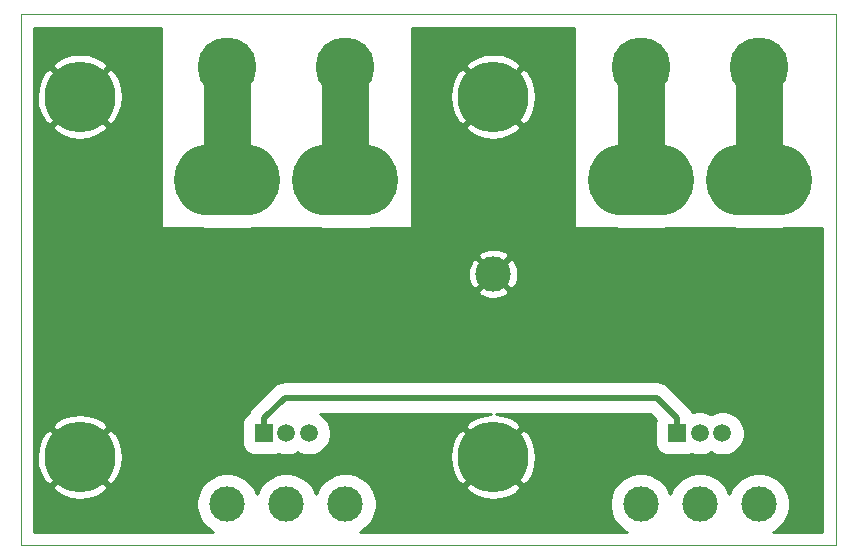
<source format=gbr>
G04 #@! TF.GenerationSoftware,KiCad,Pcbnew,(5.1.5)-3*
G04 #@! TF.CreationDate,2020-06-18T15:27:06+02:00*
G04 #@! TF.ProjectId,Amp_Hall_Effect_Sensor,416d705f-4861-46c6-9c5f-456666656374,Rev. 1*
G04 #@! TF.SameCoordinates,Original*
G04 #@! TF.FileFunction,Copper,L2,Bot*
G04 #@! TF.FilePolarity,Positive*
%FSLAX46Y46*%
G04 Gerber Fmt 4.6, Leading zero omitted, Abs format (unit mm)*
G04 Created by KiCad (PCBNEW (5.1.5)-3) date 2020-06-18 15:27:06*
%MOMM*%
%LPD*%
G04 APERTURE LIST*
%ADD10C,0.050000*%
%ADD11C,3.000000*%
%ADD12C,6.000000*%
%ADD13C,5.000000*%
%ADD14C,0.800000*%
%ADD15R,1.500000X1.500000*%
%ADD16O,9.000000X6.000000*%
%ADD17C,1.500000*%
%ADD18C,0.800000*%
%ADD19C,0.500000*%
%ADD20C,4.000000*%
%ADD21C,0.254000*%
G04 APERTURE END LIST*
D10*
X257000000Y-129500000D02*
X188000000Y-129500000D01*
X257000000Y-174500000D02*
X257000000Y-129500000D01*
X255500000Y-174500000D02*
X257000000Y-174500000D01*
X188000000Y-174500000D02*
X255500000Y-174500000D01*
X188000000Y-172000000D02*
X188000000Y-174500000D01*
X188000000Y-129500000D02*
X188000000Y-172000000D01*
D11*
X240500000Y-171000000D03*
X245500000Y-171000000D03*
X250500000Y-171000000D03*
X205500000Y-171000000D03*
X210500000Y-171000000D03*
X215500000Y-171000000D03*
X228000000Y-151500000D03*
D12*
X193000000Y-136500000D03*
X228000000Y-136500000D03*
X193000000Y-167000000D03*
D13*
X240500000Y-134000000D03*
X250500000Y-134000000D03*
X205500000Y-134000000D03*
X215500000Y-134000000D03*
D12*
X228000000Y-167000000D03*
D14*
X238500000Y-145650000D03*
X248500000Y-145650000D03*
X236550000Y-144230000D03*
D15*
X243590000Y-165000000D03*
D14*
X243700000Y-145260000D03*
X241170000Y-145650000D03*
X241170000Y-141550000D03*
X251170000Y-141550000D03*
X247300000Y-141940000D03*
X253700000Y-141940000D03*
X252500000Y-141550000D03*
D16*
X240500000Y-143600000D03*
X250500000Y-143600000D03*
D17*
X247410000Y-165000000D03*
X245500000Y-165000000D03*
D14*
X248500000Y-141550000D03*
X237300000Y-141940000D03*
D18*
X244450000Y-144230000D02*
X244450000Y-144230000D01*
D14*
X237300000Y-145260000D03*
X239830000Y-145650000D03*
X254450000Y-142970000D03*
X239830000Y-141550000D03*
X254450000Y-144230000D03*
X247300000Y-145260000D03*
X238500000Y-141550000D03*
D18*
X246550000Y-144230000D02*
X246550000Y-144230000D01*
D14*
X253700000Y-145260000D03*
X251170000Y-145650000D03*
D18*
X244450000Y-142970000D02*
X244450000Y-142970000D01*
D14*
X243700000Y-141940000D03*
X249830000Y-145650000D03*
X249830000Y-141550000D03*
X236550000Y-142970000D03*
X242500000Y-145650000D03*
X242500000Y-141550000D03*
D18*
X246550000Y-142970000D02*
X246550000Y-142970000D01*
D14*
X252500000Y-145650000D03*
X217500000Y-145650000D03*
D18*
X211550000Y-142970000D02*
X211550000Y-142970000D01*
D14*
X207500000Y-141550000D03*
X207500000Y-145650000D03*
X201550000Y-142970000D03*
X214830000Y-141550000D03*
X214830000Y-145650000D03*
X208700000Y-141940000D03*
D18*
X209450000Y-142970000D02*
X209450000Y-142970000D01*
D14*
X216170000Y-145650000D03*
X218700000Y-145260000D03*
D18*
X211550000Y-144230000D02*
X211550000Y-144230000D01*
D14*
X203500000Y-141550000D03*
X212300000Y-145260000D03*
X219450000Y-144230000D03*
X204830000Y-141550000D03*
X219450000Y-142970000D03*
X204830000Y-145650000D03*
X202300000Y-145260000D03*
D18*
X209450000Y-144230000D02*
X209450000Y-144230000D01*
D14*
X202300000Y-141940000D03*
X213500000Y-141550000D03*
D17*
X210500000Y-165000000D03*
X212410000Y-165000000D03*
D16*
X215500000Y-143600000D03*
X205500000Y-143600000D03*
D14*
X217500000Y-141550000D03*
X218700000Y-141940000D03*
X212300000Y-141940000D03*
X216170000Y-141550000D03*
X206170000Y-141550000D03*
X206170000Y-145650000D03*
X208700000Y-145260000D03*
D15*
X208590000Y-165000000D03*
D14*
X201550000Y-144230000D03*
X213500000Y-145650000D03*
X203500000Y-145650000D03*
D19*
X208590000Y-163750000D02*
X210340000Y-162000000D01*
X208590000Y-165000000D02*
X208590000Y-163750000D01*
X243590000Y-163750000D02*
X243590000Y-165000000D01*
X210340000Y-162000000D02*
X241840000Y-162000000D01*
X241840000Y-162000000D02*
X243590000Y-163750000D01*
D20*
X240500000Y-134000000D02*
X240500000Y-143600000D01*
X250500000Y-134000000D02*
X250500000Y-143600000D01*
X205500000Y-134000000D02*
X205500000Y-143600000D01*
X215500000Y-134000000D02*
X215500000Y-143600000D01*
D21*
G36*
X199873000Y-143397262D02*
G01*
X199853032Y-143600000D01*
X199873000Y-143802738D01*
X199873000Y-147500000D01*
X199875440Y-147524776D01*
X199882667Y-147548601D01*
X199894403Y-147570557D01*
X199910197Y-147589803D01*
X199929443Y-147605597D01*
X199951399Y-147617333D01*
X199975224Y-147624560D01*
X200000000Y-147627000D01*
X203058165Y-147627000D01*
X203190967Y-147667285D01*
X203797262Y-147727000D01*
X207202738Y-147727000D01*
X207809033Y-147667285D01*
X207941835Y-147627000D01*
X213058165Y-147627000D01*
X213190967Y-147667285D01*
X213797262Y-147727000D01*
X217202738Y-147727000D01*
X217809033Y-147667285D01*
X217941835Y-147627000D01*
X221000000Y-147627000D01*
X221024776Y-147624560D01*
X221048601Y-147617333D01*
X221070557Y-147605597D01*
X221089803Y-147589803D01*
X221105597Y-147570557D01*
X221117333Y-147548601D01*
X221124560Y-147524776D01*
X221127000Y-147500000D01*
X221127000Y-143802738D01*
X221146968Y-143600000D01*
X221127000Y-143397262D01*
X221127000Y-139051687D01*
X225622262Y-139051687D01*
X225958516Y-139519121D01*
X226586744Y-139859384D01*
X227269282Y-140070546D01*
X227979902Y-140144496D01*
X228691294Y-140078388D01*
X229376120Y-139874765D01*
X230008062Y-139541453D01*
X230041484Y-139519121D01*
X230377738Y-139051687D01*
X228000000Y-136673948D01*
X225622262Y-139051687D01*
X221127000Y-139051687D01*
X221127000Y-136479902D01*
X224355504Y-136479902D01*
X224421612Y-137191294D01*
X224625235Y-137876120D01*
X224958547Y-138508062D01*
X224980879Y-138541484D01*
X225448313Y-138877738D01*
X227826052Y-136500000D01*
X228173948Y-136500000D01*
X230551687Y-138877738D01*
X231019121Y-138541484D01*
X231359384Y-137913256D01*
X231570546Y-137230718D01*
X231644496Y-136520098D01*
X231578388Y-135808706D01*
X231374765Y-135123880D01*
X231041453Y-134491938D01*
X231019121Y-134458516D01*
X230551687Y-134122262D01*
X228173948Y-136500000D01*
X227826052Y-136500000D01*
X225448313Y-134122262D01*
X224980879Y-134458516D01*
X224640616Y-135086744D01*
X224429454Y-135769282D01*
X224355504Y-136479902D01*
X221127000Y-136479902D01*
X221127000Y-133948313D01*
X225622262Y-133948313D01*
X228000000Y-136326052D01*
X230377738Y-133948313D01*
X230041484Y-133480879D01*
X229413256Y-133140616D01*
X228730718Y-132929454D01*
X228020098Y-132855504D01*
X227308706Y-132921612D01*
X226623880Y-133125235D01*
X225991938Y-133458547D01*
X225958516Y-133480879D01*
X225622262Y-133948313D01*
X221127000Y-133948313D01*
X221127000Y-130652000D01*
X234873000Y-130652000D01*
X234873000Y-143397262D01*
X234853032Y-143600000D01*
X234873000Y-143802738D01*
X234873000Y-147500000D01*
X234875440Y-147524776D01*
X234882667Y-147548601D01*
X234894403Y-147570557D01*
X234910197Y-147589803D01*
X234929443Y-147605597D01*
X234951399Y-147617333D01*
X234975224Y-147624560D01*
X235000000Y-147627000D01*
X238058165Y-147627000D01*
X238190967Y-147667285D01*
X238797262Y-147727000D01*
X242202738Y-147727000D01*
X242809033Y-147667285D01*
X242941835Y-147627000D01*
X248058165Y-147627000D01*
X248190967Y-147667285D01*
X248797262Y-147727000D01*
X252202738Y-147727000D01*
X252809033Y-147667285D01*
X252941835Y-147627000D01*
X255848001Y-147627000D01*
X255848000Y-173348000D01*
X251696108Y-173348000D01*
X251744351Y-173328017D01*
X252174615Y-173040524D01*
X252540524Y-172674615D01*
X252828017Y-172244351D01*
X253026046Y-171766268D01*
X253127000Y-171258737D01*
X253127000Y-170741263D01*
X253026046Y-170233732D01*
X252828017Y-169755649D01*
X252540524Y-169325385D01*
X252174615Y-168959476D01*
X251744351Y-168671983D01*
X251266268Y-168473954D01*
X250758737Y-168373000D01*
X250241263Y-168373000D01*
X249733732Y-168473954D01*
X249255649Y-168671983D01*
X248825385Y-168959476D01*
X248459476Y-169325385D01*
X248171983Y-169755649D01*
X248000000Y-170170852D01*
X247828017Y-169755649D01*
X247540524Y-169325385D01*
X247174615Y-168959476D01*
X246744351Y-168671983D01*
X246266268Y-168473954D01*
X245758737Y-168373000D01*
X245241263Y-168373000D01*
X244733732Y-168473954D01*
X244255649Y-168671983D01*
X243825385Y-168959476D01*
X243459476Y-169325385D01*
X243171983Y-169755649D01*
X243000000Y-170170852D01*
X242828017Y-169755649D01*
X242540524Y-169325385D01*
X242174615Y-168959476D01*
X241744351Y-168671983D01*
X241266268Y-168473954D01*
X240758737Y-168373000D01*
X240241263Y-168373000D01*
X239733732Y-168473954D01*
X239255649Y-168671983D01*
X238825385Y-168959476D01*
X238459476Y-169325385D01*
X238171983Y-169755649D01*
X237973954Y-170233732D01*
X237873000Y-170741263D01*
X237873000Y-171258737D01*
X237973954Y-171766268D01*
X238171983Y-172244351D01*
X238459476Y-172674615D01*
X238825385Y-173040524D01*
X239255649Y-173328017D01*
X239303892Y-173348000D01*
X216696108Y-173348000D01*
X216744351Y-173328017D01*
X217174615Y-173040524D01*
X217540524Y-172674615D01*
X217828017Y-172244351D01*
X218026046Y-171766268D01*
X218127000Y-171258737D01*
X218127000Y-170741263D01*
X218026046Y-170233732D01*
X217828017Y-169755649D01*
X217691735Y-169551687D01*
X225622262Y-169551687D01*
X225958516Y-170019121D01*
X226586744Y-170359384D01*
X227269282Y-170570546D01*
X227979902Y-170644496D01*
X228691294Y-170578388D01*
X229376120Y-170374765D01*
X230008062Y-170041453D01*
X230041484Y-170019121D01*
X230377738Y-169551687D01*
X228000000Y-167173948D01*
X225622262Y-169551687D01*
X217691735Y-169551687D01*
X217540524Y-169325385D01*
X217174615Y-168959476D01*
X216744351Y-168671983D01*
X216266268Y-168473954D01*
X215758737Y-168373000D01*
X215241263Y-168373000D01*
X214733732Y-168473954D01*
X214255649Y-168671983D01*
X213825385Y-168959476D01*
X213459476Y-169325385D01*
X213171983Y-169755649D01*
X213000000Y-170170852D01*
X212828017Y-169755649D01*
X212540524Y-169325385D01*
X212174615Y-168959476D01*
X211744351Y-168671983D01*
X211266268Y-168473954D01*
X210758737Y-168373000D01*
X210241263Y-168373000D01*
X209733732Y-168473954D01*
X209255649Y-168671983D01*
X208825385Y-168959476D01*
X208459476Y-169325385D01*
X208171983Y-169755649D01*
X208000000Y-170170852D01*
X207828017Y-169755649D01*
X207540524Y-169325385D01*
X207174615Y-168959476D01*
X206744351Y-168671983D01*
X206266268Y-168473954D01*
X205758737Y-168373000D01*
X205241263Y-168373000D01*
X204733732Y-168473954D01*
X204255649Y-168671983D01*
X203825385Y-168959476D01*
X203459476Y-169325385D01*
X203171983Y-169755649D01*
X202973954Y-170233732D01*
X202873000Y-170741263D01*
X202873000Y-171258737D01*
X202973954Y-171766268D01*
X203171983Y-172244351D01*
X203459476Y-172674615D01*
X203825385Y-173040524D01*
X204255649Y-173328017D01*
X204303892Y-173348000D01*
X189152000Y-173348000D01*
X189152000Y-169551687D01*
X190622262Y-169551687D01*
X190958516Y-170019121D01*
X191586744Y-170359384D01*
X192269282Y-170570546D01*
X192979902Y-170644496D01*
X193691294Y-170578388D01*
X194376120Y-170374765D01*
X195008062Y-170041453D01*
X195041484Y-170019121D01*
X195377738Y-169551687D01*
X193000000Y-167173948D01*
X190622262Y-169551687D01*
X189152000Y-169551687D01*
X189152000Y-166979902D01*
X189355504Y-166979902D01*
X189421612Y-167691294D01*
X189625235Y-168376120D01*
X189958547Y-169008062D01*
X189980879Y-169041484D01*
X190448313Y-169377738D01*
X192826052Y-167000000D01*
X193173948Y-167000000D01*
X195551687Y-169377738D01*
X196019121Y-169041484D01*
X196359384Y-168413256D01*
X196570546Y-167730718D01*
X196644496Y-167020098D01*
X196640761Y-166979902D01*
X224355504Y-166979902D01*
X224421612Y-167691294D01*
X224625235Y-168376120D01*
X224958547Y-169008062D01*
X224980879Y-169041484D01*
X225448313Y-169377738D01*
X227826052Y-167000000D01*
X228173948Y-167000000D01*
X230551687Y-169377738D01*
X231019121Y-169041484D01*
X231359384Y-168413256D01*
X231570546Y-167730718D01*
X231644496Y-167020098D01*
X231578388Y-166308706D01*
X231374765Y-165623880D01*
X231041453Y-164991938D01*
X231019121Y-164958516D01*
X230551687Y-164622262D01*
X228173948Y-167000000D01*
X227826052Y-167000000D01*
X225448313Y-164622262D01*
X224980879Y-164958516D01*
X224640616Y-165586744D01*
X224429454Y-166269282D01*
X224355504Y-166979902D01*
X196640761Y-166979902D01*
X196578388Y-166308706D01*
X196374765Y-165623880D01*
X196041453Y-164991938D01*
X196019121Y-164958516D01*
X195551687Y-164622262D01*
X193173948Y-167000000D01*
X192826052Y-167000000D01*
X190448313Y-164622262D01*
X189980879Y-164958516D01*
X189640616Y-165586744D01*
X189429454Y-166269282D01*
X189355504Y-166979902D01*
X189152000Y-166979902D01*
X189152000Y-164448313D01*
X190622262Y-164448313D01*
X193000000Y-166826052D01*
X195377738Y-164448313D01*
X195235080Y-164250000D01*
X206707547Y-164250000D01*
X206707547Y-165750000D01*
X206729307Y-165970931D01*
X206793750Y-166183371D01*
X206898400Y-166379157D01*
X207039235Y-166550765D01*
X207210843Y-166691600D01*
X207406629Y-166796250D01*
X207619069Y-166860693D01*
X207840000Y-166882453D01*
X209340000Y-166882453D01*
X209560931Y-166860693D01*
X209773371Y-166796250D01*
X209842494Y-166759303D01*
X209952499Y-166804868D01*
X210315132Y-166877000D01*
X210684868Y-166877000D01*
X211047501Y-166804868D01*
X211389093Y-166663376D01*
X211455000Y-166619338D01*
X211520907Y-166663376D01*
X211862499Y-166804868D01*
X212225132Y-166877000D01*
X212594868Y-166877000D01*
X212957501Y-166804868D01*
X213299093Y-166663376D01*
X213606518Y-166457961D01*
X213867961Y-166196518D01*
X214073376Y-165889093D01*
X214214868Y-165547501D01*
X214287000Y-165184868D01*
X214287000Y-164815132D01*
X214214868Y-164452499D01*
X214073376Y-164110907D01*
X213867961Y-163803482D01*
X213606518Y-163542039D01*
X213359520Y-163377000D01*
X227788778Y-163377000D01*
X227308706Y-163421612D01*
X226623880Y-163625235D01*
X225991938Y-163958547D01*
X225958516Y-163980879D01*
X225622262Y-164448313D01*
X228000000Y-166826052D01*
X230377738Y-164448313D01*
X230041484Y-163980879D01*
X229413256Y-163640616D01*
X228730718Y-163429454D01*
X228226663Y-163377000D01*
X241269629Y-163377000D01*
X241774085Y-163881456D01*
X241729307Y-164029069D01*
X241707547Y-164250000D01*
X241707547Y-165750000D01*
X241729307Y-165970931D01*
X241793750Y-166183371D01*
X241898400Y-166379157D01*
X242039235Y-166550765D01*
X242210843Y-166691600D01*
X242406629Y-166796250D01*
X242619069Y-166860693D01*
X242840000Y-166882453D01*
X244340000Y-166882453D01*
X244560931Y-166860693D01*
X244773371Y-166796250D01*
X244842494Y-166759303D01*
X244952499Y-166804868D01*
X245315132Y-166877000D01*
X245684868Y-166877000D01*
X246047501Y-166804868D01*
X246389093Y-166663376D01*
X246455000Y-166619338D01*
X246520907Y-166663376D01*
X246862499Y-166804868D01*
X247225132Y-166877000D01*
X247594868Y-166877000D01*
X247957501Y-166804868D01*
X248299093Y-166663376D01*
X248606518Y-166457961D01*
X248867961Y-166196518D01*
X249073376Y-165889093D01*
X249214868Y-165547501D01*
X249287000Y-165184868D01*
X249287000Y-164815132D01*
X249214868Y-164452499D01*
X249073376Y-164110907D01*
X248867961Y-163803482D01*
X248606518Y-163542039D01*
X248299093Y-163336624D01*
X247957501Y-163195132D01*
X247594868Y-163123000D01*
X247225132Y-163123000D01*
X246862499Y-163195132D01*
X246520907Y-163336624D01*
X246455000Y-163380662D01*
X246389093Y-163336624D01*
X246047501Y-163195132D01*
X245684868Y-163123000D01*
X245315132Y-163123000D01*
X244952499Y-163195132D01*
X244870897Y-163228933D01*
X244868337Y-163220495D01*
X244740473Y-162981279D01*
X244568396Y-162771603D01*
X244515860Y-162728488D01*
X242861521Y-161074150D01*
X242818397Y-161021603D01*
X242608721Y-160849527D01*
X242369505Y-160721663D01*
X242109939Y-160642925D01*
X241907640Y-160623000D01*
X241840000Y-160616338D01*
X241772360Y-160623000D01*
X210407640Y-160623000D01*
X210340000Y-160616338D01*
X210070060Y-160642925D01*
X209940278Y-160682294D01*
X209810495Y-160721663D01*
X209571279Y-160849527D01*
X209361603Y-161021603D01*
X209318483Y-161074145D01*
X207664145Y-162728484D01*
X207611604Y-162771603D01*
X207439528Y-162981279D01*
X207311663Y-163220495D01*
X207299348Y-163261093D01*
X207210843Y-163308400D01*
X207039235Y-163449235D01*
X206898400Y-163620843D01*
X206793750Y-163816629D01*
X206729307Y-164029069D01*
X206707547Y-164250000D01*
X195235080Y-164250000D01*
X195041484Y-163980879D01*
X194413256Y-163640616D01*
X193730718Y-163429454D01*
X193020098Y-163355504D01*
X192308706Y-163421612D01*
X191623880Y-163625235D01*
X190991938Y-163958547D01*
X190958516Y-163980879D01*
X190622262Y-164448313D01*
X189152000Y-164448313D01*
X189152000Y-152984726D01*
X226689223Y-152984726D01*
X226845322Y-153298538D01*
X227218386Y-153489246D01*
X227621487Y-153603508D01*
X228039134Y-153636935D01*
X228455278Y-153588239D01*
X228853925Y-153459294D01*
X229154678Y-153298538D01*
X229310777Y-152984726D01*
X228000000Y-151673948D01*
X226689223Y-152984726D01*
X189152000Y-152984726D01*
X189152000Y-151539134D01*
X225863065Y-151539134D01*
X225911761Y-151955278D01*
X226040706Y-152353925D01*
X226201462Y-152654678D01*
X226515274Y-152810777D01*
X227826052Y-151500000D01*
X228173948Y-151500000D01*
X229484726Y-152810777D01*
X229798538Y-152654678D01*
X229989246Y-152281614D01*
X230103508Y-151878513D01*
X230136935Y-151460866D01*
X230088239Y-151044722D01*
X229959294Y-150646075D01*
X229798538Y-150345322D01*
X229484726Y-150189223D01*
X228173948Y-151500000D01*
X227826052Y-151500000D01*
X226515274Y-150189223D01*
X226201462Y-150345322D01*
X226010754Y-150718386D01*
X225896492Y-151121487D01*
X225863065Y-151539134D01*
X189152000Y-151539134D01*
X189152000Y-150015274D01*
X226689223Y-150015274D01*
X228000000Y-151326052D01*
X229310777Y-150015274D01*
X229154678Y-149701462D01*
X228781614Y-149510754D01*
X228378513Y-149396492D01*
X227960866Y-149363065D01*
X227544722Y-149411761D01*
X227146075Y-149540706D01*
X226845322Y-149701462D01*
X226689223Y-150015274D01*
X189152000Y-150015274D01*
X189152000Y-139051687D01*
X190622262Y-139051687D01*
X190958516Y-139519121D01*
X191586744Y-139859384D01*
X192269282Y-140070546D01*
X192979902Y-140144496D01*
X193691294Y-140078388D01*
X194376120Y-139874765D01*
X195008062Y-139541453D01*
X195041484Y-139519121D01*
X195377738Y-139051687D01*
X193000000Y-136673948D01*
X190622262Y-139051687D01*
X189152000Y-139051687D01*
X189152000Y-136479902D01*
X189355504Y-136479902D01*
X189421612Y-137191294D01*
X189625235Y-137876120D01*
X189958547Y-138508062D01*
X189980879Y-138541484D01*
X190448313Y-138877738D01*
X192826052Y-136500000D01*
X193173948Y-136500000D01*
X195551687Y-138877738D01*
X196019121Y-138541484D01*
X196359384Y-137913256D01*
X196570546Y-137230718D01*
X196644496Y-136520098D01*
X196578388Y-135808706D01*
X196374765Y-135123880D01*
X196041453Y-134491938D01*
X196019121Y-134458516D01*
X195551687Y-134122262D01*
X193173948Y-136500000D01*
X192826052Y-136500000D01*
X190448313Y-134122262D01*
X189980879Y-134458516D01*
X189640616Y-135086744D01*
X189429454Y-135769282D01*
X189355504Y-136479902D01*
X189152000Y-136479902D01*
X189152000Y-133948313D01*
X190622262Y-133948313D01*
X193000000Y-136326052D01*
X195377738Y-133948313D01*
X195041484Y-133480879D01*
X194413256Y-133140616D01*
X193730718Y-132929454D01*
X193020098Y-132855504D01*
X192308706Y-132921612D01*
X191623880Y-133125235D01*
X190991938Y-133458547D01*
X190958516Y-133480879D01*
X190622262Y-133948313D01*
X189152000Y-133948313D01*
X189152000Y-130652000D01*
X199873000Y-130652000D01*
X199873000Y-143397262D01*
G37*
X199873000Y-143397262D02*
X199853032Y-143600000D01*
X199873000Y-143802738D01*
X199873000Y-147500000D01*
X199875440Y-147524776D01*
X199882667Y-147548601D01*
X199894403Y-147570557D01*
X199910197Y-147589803D01*
X199929443Y-147605597D01*
X199951399Y-147617333D01*
X199975224Y-147624560D01*
X200000000Y-147627000D01*
X203058165Y-147627000D01*
X203190967Y-147667285D01*
X203797262Y-147727000D01*
X207202738Y-147727000D01*
X207809033Y-147667285D01*
X207941835Y-147627000D01*
X213058165Y-147627000D01*
X213190967Y-147667285D01*
X213797262Y-147727000D01*
X217202738Y-147727000D01*
X217809033Y-147667285D01*
X217941835Y-147627000D01*
X221000000Y-147627000D01*
X221024776Y-147624560D01*
X221048601Y-147617333D01*
X221070557Y-147605597D01*
X221089803Y-147589803D01*
X221105597Y-147570557D01*
X221117333Y-147548601D01*
X221124560Y-147524776D01*
X221127000Y-147500000D01*
X221127000Y-143802738D01*
X221146968Y-143600000D01*
X221127000Y-143397262D01*
X221127000Y-139051687D01*
X225622262Y-139051687D01*
X225958516Y-139519121D01*
X226586744Y-139859384D01*
X227269282Y-140070546D01*
X227979902Y-140144496D01*
X228691294Y-140078388D01*
X229376120Y-139874765D01*
X230008062Y-139541453D01*
X230041484Y-139519121D01*
X230377738Y-139051687D01*
X228000000Y-136673948D01*
X225622262Y-139051687D01*
X221127000Y-139051687D01*
X221127000Y-136479902D01*
X224355504Y-136479902D01*
X224421612Y-137191294D01*
X224625235Y-137876120D01*
X224958547Y-138508062D01*
X224980879Y-138541484D01*
X225448313Y-138877738D01*
X227826052Y-136500000D01*
X228173948Y-136500000D01*
X230551687Y-138877738D01*
X231019121Y-138541484D01*
X231359384Y-137913256D01*
X231570546Y-137230718D01*
X231644496Y-136520098D01*
X231578388Y-135808706D01*
X231374765Y-135123880D01*
X231041453Y-134491938D01*
X231019121Y-134458516D01*
X230551687Y-134122262D01*
X228173948Y-136500000D01*
X227826052Y-136500000D01*
X225448313Y-134122262D01*
X224980879Y-134458516D01*
X224640616Y-135086744D01*
X224429454Y-135769282D01*
X224355504Y-136479902D01*
X221127000Y-136479902D01*
X221127000Y-133948313D01*
X225622262Y-133948313D01*
X228000000Y-136326052D01*
X230377738Y-133948313D01*
X230041484Y-133480879D01*
X229413256Y-133140616D01*
X228730718Y-132929454D01*
X228020098Y-132855504D01*
X227308706Y-132921612D01*
X226623880Y-133125235D01*
X225991938Y-133458547D01*
X225958516Y-133480879D01*
X225622262Y-133948313D01*
X221127000Y-133948313D01*
X221127000Y-130652000D01*
X234873000Y-130652000D01*
X234873000Y-143397262D01*
X234853032Y-143600000D01*
X234873000Y-143802738D01*
X234873000Y-147500000D01*
X234875440Y-147524776D01*
X234882667Y-147548601D01*
X234894403Y-147570557D01*
X234910197Y-147589803D01*
X234929443Y-147605597D01*
X234951399Y-147617333D01*
X234975224Y-147624560D01*
X235000000Y-147627000D01*
X238058165Y-147627000D01*
X238190967Y-147667285D01*
X238797262Y-147727000D01*
X242202738Y-147727000D01*
X242809033Y-147667285D01*
X242941835Y-147627000D01*
X248058165Y-147627000D01*
X248190967Y-147667285D01*
X248797262Y-147727000D01*
X252202738Y-147727000D01*
X252809033Y-147667285D01*
X252941835Y-147627000D01*
X255848001Y-147627000D01*
X255848000Y-173348000D01*
X251696108Y-173348000D01*
X251744351Y-173328017D01*
X252174615Y-173040524D01*
X252540524Y-172674615D01*
X252828017Y-172244351D01*
X253026046Y-171766268D01*
X253127000Y-171258737D01*
X253127000Y-170741263D01*
X253026046Y-170233732D01*
X252828017Y-169755649D01*
X252540524Y-169325385D01*
X252174615Y-168959476D01*
X251744351Y-168671983D01*
X251266268Y-168473954D01*
X250758737Y-168373000D01*
X250241263Y-168373000D01*
X249733732Y-168473954D01*
X249255649Y-168671983D01*
X248825385Y-168959476D01*
X248459476Y-169325385D01*
X248171983Y-169755649D01*
X248000000Y-170170852D01*
X247828017Y-169755649D01*
X247540524Y-169325385D01*
X247174615Y-168959476D01*
X246744351Y-168671983D01*
X246266268Y-168473954D01*
X245758737Y-168373000D01*
X245241263Y-168373000D01*
X244733732Y-168473954D01*
X244255649Y-168671983D01*
X243825385Y-168959476D01*
X243459476Y-169325385D01*
X243171983Y-169755649D01*
X243000000Y-170170852D01*
X242828017Y-169755649D01*
X242540524Y-169325385D01*
X242174615Y-168959476D01*
X241744351Y-168671983D01*
X241266268Y-168473954D01*
X240758737Y-168373000D01*
X240241263Y-168373000D01*
X239733732Y-168473954D01*
X239255649Y-168671983D01*
X238825385Y-168959476D01*
X238459476Y-169325385D01*
X238171983Y-169755649D01*
X237973954Y-170233732D01*
X237873000Y-170741263D01*
X237873000Y-171258737D01*
X237973954Y-171766268D01*
X238171983Y-172244351D01*
X238459476Y-172674615D01*
X238825385Y-173040524D01*
X239255649Y-173328017D01*
X239303892Y-173348000D01*
X216696108Y-173348000D01*
X216744351Y-173328017D01*
X217174615Y-173040524D01*
X217540524Y-172674615D01*
X217828017Y-172244351D01*
X218026046Y-171766268D01*
X218127000Y-171258737D01*
X218127000Y-170741263D01*
X218026046Y-170233732D01*
X217828017Y-169755649D01*
X217691735Y-169551687D01*
X225622262Y-169551687D01*
X225958516Y-170019121D01*
X226586744Y-170359384D01*
X227269282Y-170570546D01*
X227979902Y-170644496D01*
X228691294Y-170578388D01*
X229376120Y-170374765D01*
X230008062Y-170041453D01*
X230041484Y-170019121D01*
X230377738Y-169551687D01*
X228000000Y-167173948D01*
X225622262Y-169551687D01*
X217691735Y-169551687D01*
X217540524Y-169325385D01*
X217174615Y-168959476D01*
X216744351Y-168671983D01*
X216266268Y-168473954D01*
X215758737Y-168373000D01*
X215241263Y-168373000D01*
X214733732Y-168473954D01*
X214255649Y-168671983D01*
X213825385Y-168959476D01*
X213459476Y-169325385D01*
X213171983Y-169755649D01*
X213000000Y-170170852D01*
X212828017Y-169755649D01*
X212540524Y-169325385D01*
X212174615Y-168959476D01*
X211744351Y-168671983D01*
X211266268Y-168473954D01*
X210758737Y-168373000D01*
X210241263Y-168373000D01*
X209733732Y-168473954D01*
X209255649Y-168671983D01*
X208825385Y-168959476D01*
X208459476Y-169325385D01*
X208171983Y-169755649D01*
X208000000Y-170170852D01*
X207828017Y-169755649D01*
X207540524Y-169325385D01*
X207174615Y-168959476D01*
X206744351Y-168671983D01*
X206266268Y-168473954D01*
X205758737Y-168373000D01*
X205241263Y-168373000D01*
X204733732Y-168473954D01*
X204255649Y-168671983D01*
X203825385Y-168959476D01*
X203459476Y-169325385D01*
X203171983Y-169755649D01*
X202973954Y-170233732D01*
X202873000Y-170741263D01*
X202873000Y-171258737D01*
X202973954Y-171766268D01*
X203171983Y-172244351D01*
X203459476Y-172674615D01*
X203825385Y-173040524D01*
X204255649Y-173328017D01*
X204303892Y-173348000D01*
X189152000Y-173348000D01*
X189152000Y-169551687D01*
X190622262Y-169551687D01*
X190958516Y-170019121D01*
X191586744Y-170359384D01*
X192269282Y-170570546D01*
X192979902Y-170644496D01*
X193691294Y-170578388D01*
X194376120Y-170374765D01*
X195008062Y-170041453D01*
X195041484Y-170019121D01*
X195377738Y-169551687D01*
X193000000Y-167173948D01*
X190622262Y-169551687D01*
X189152000Y-169551687D01*
X189152000Y-166979902D01*
X189355504Y-166979902D01*
X189421612Y-167691294D01*
X189625235Y-168376120D01*
X189958547Y-169008062D01*
X189980879Y-169041484D01*
X190448313Y-169377738D01*
X192826052Y-167000000D01*
X193173948Y-167000000D01*
X195551687Y-169377738D01*
X196019121Y-169041484D01*
X196359384Y-168413256D01*
X196570546Y-167730718D01*
X196644496Y-167020098D01*
X196640761Y-166979902D01*
X224355504Y-166979902D01*
X224421612Y-167691294D01*
X224625235Y-168376120D01*
X224958547Y-169008062D01*
X224980879Y-169041484D01*
X225448313Y-169377738D01*
X227826052Y-167000000D01*
X228173948Y-167000000D01*
X230551687Y-169377738D01*
X231019121Y-169041484D01*
X231359384Y-168413256D01*
X231570546Y-167730718D01*
X231644496Y-167020098D01*
X231578388Y-166308706D01*
X231374765Y-165623880D01*
X231041453Y-164991938D01*
X231019121Y-164958516D01*
X230551687Y-164622262D01*
X228173948Y-167000000D01*
X227826052Y-167000000D01*
X225448313Y-164622262D01*
X224980879Y-164958516D01*
X224640616Y-165586744D01*
X224429454Y-166269282D01*
X224355504Y-166979902D01*
X196640761Y-166979902D01*
X196578388Y-166308706D01*
X196374765Y-165623880D01*
X196041453Y-164991938D01*
X196019121Y-164958516D01*
X195551687Y-164622262D01*
X193173948Y-167000000D01*
X192826052Y-167000000D01*
X190448313Y-164622262D01*
X189980879Y-164958516D01*
X189640616Y-165586744D01*
X189429454Y-166269282D01*
X189355504Y-166979902D01*
X189152000Y-166979902D01*
X189152000Y-164448313D01*
X190622262Y-164448313D01*
X193000000Y-166826052D01*
X195377738Y-164448313D01*
X195235080Y-164250000D01*
X206707547Y-164250000D01*
X206707547Y-165750000D01*
X206729307Y-165970931D01*
X206793750Y-166183371D01*
X206898400Y-166379157D01*
X207039235Y-166550765D01*
X207210843Y-166691600D01*
X207406629Y-166796250D01*
X207619069Y-166860693D01*
X207840000Y-166882453D01*
X209340000Y-166882453D01*
X209560931Y-166860693D01*
X209773371Y-166796250D01*
X209842494Y-166759303D01*
X209952499Y-166804868D01*
X210315132Y-166877000D01*
X210684868Y-166877000D01*
X211047501Y-166804868D01*
X211389093Y-166663376D01*
X211455000Y-166619338D01*
X211520907Y-166663376D01*
X211862499Y-166804868D01*
X212225132Y-166877000D01*
X212594868Y-166877000D01*
X212957501Y-166804868D01*
X213299093Y-166663376D01*
X213606518Y-166457961D01*
X213867961Y-166196518D01*
X214073376Y-165889093D01*
X214214868Y-165547501D01*
X214287000Y-165184868D01*
X214287000Y-164815132D01*
X214214868Y-164452499D01*
X214073376Y-164110907D01*
X213867961Y-163803482D01*
X213606518Y-163542039D01*
X213359520Y-163377000D01*
X227788778Y-163377000D01*
X227308706Y-163421612D01*
X226623880Y-163625235D01*
X225991938Y-163958547D01*
X225958516Y-163980879D01*
X225622262Y-164448313D01*
X228000000Y-166826052D01*
X230377738Y-164448313D01*
X230041484Y-163980879D01*
X229413256Y-163640616D01*
X228730718Y-163429454D01*
X228226663Y-163377000D01*
X241269629Y-163377000D01*
X241774085Y-163881456D01*
X241729307Y-164029069D01*
X241707547Y-164250000D01*
X241707547Y-165750000D01*
X241729307Y-165970931D01*
X241793750Y-166183371D01*
X241898400Y-166379157D01*
X242039235Y-166550765D01*
X242210843Y-166691600D01*
X242406629Y-166796250D01*
X242619069Y-166860693D01*
X242840000Y-166882453D01*
X244340000Y-166882453D01*
X244560931Y-166860693D01*
X244773371Y-166796250D01*
X244842494Y-166759303D01*
X244952499Y-166804868D01*
X245315132Y-166877000D01*
X245684868Y-166877000D01*
X246047501Y-166804868D01*
X246389093Y-166663376D01*
X246455000Y-166619338D01*
X246520907Y-166663376D01*
X246862499Y-166804868D01*
X247225132Y-166877000D01*
X247594868Y-166877000D01*
X247957501Y-166804868D01*
X248299093Y-166663376D01*
X248606518Y-166457961D01*
X248867961Y-166196518D01*
X249073376Y-165889093D01*
X249214868Y-165547501D01*
X249287000Y-165184868D01*
X249287000Y-164815132D01*
X249214868Y-164452499D01*
X249073376Y-164110907D01*
X248867961Y-163803482D01*
X248606518Y-163542039D01*
X248299093Y-163336624D01*
X247957501Y-163195132D01*
X247594868Y-163123000D01*
X247225132Y-163123000D01*
X246862499Y-163195132D01*
X246520907Y-163336624D01*
X246455000Y-163380662D01*
X246389093Y-163336624D01*
X246047501Y-163195132D01*
X245684868Y-163123000D01*
X245315132Y-163123000D01*
X244952499Y-163195132D01*
X244870897Y-163228933D01*
X244868337Y-163220495D01*
X244740473Y-162981279D01*
X244568396Y-162771603D01*
X244515860Y-162728488D01*
X242861521Y-161074150D01*
X242818397Y-161021603D01*
X242608721Y-160849527D01*
X242369505Y-160721663D01*
X242109939Y-160642925D01*
X241907640Y-160623000D01*
X241840000Y-160616338D01*
X241772360Y-160623000D01*
X210407640Y-160623000D01*
X210340000Y-160616338D01*
X210070060Y-160642925D01*
X209940278Y-160682294D01*
X209810495Y-160721663D01*
X209571279Y-160849527D01*
X209361603Y-161021603D01*
X209318483Y-161074145D01*
X207664145Y-162728484D01*
X207611604Y-162771603D01*
X207439528Y-162981279D01*
X207311663Y-163220495D01*
X207299348Y-163261093D01*
X207210843Y-163308400D01*
X207039235Y-163449235D01*
X206898400Y-163620843D01*
X206793750Y-163816629D01*
X206729307Y-164029069D01*
X206707547Y-164250000D01*
X195235080Y-164250000D01*
X195041484Y-163980879D01*
X194413256Y-163640616D01*
X193730718Y-163429454D01*
X193020098Y-163355504D01*
X192308706Y-163421612D01*
X191623880Y-163625235D01*
X190991938Y-163958547D01*
X190958516Y-163980879D01*
X190622262Y-164448313D01*
X189152000Y-164448313D01*
X189152000Y-152984726D01*
X226689223Y-152984726D01*
X226845322Y-153298538D01*
X227218386Y-153489246D01*
X227621487Y-153603508D01*
X228039134Y-153636935D01*
X228455278Y-153588239D01*
X228853925Y-153459294D01*
X229154678Y-153298538D01*
X229310777Y-152984726D01*
X228000000Y-151673948D01*
X226689223Y-152984726D01*
X189152000Y-152984726D01*
X189152000Y-151539134D01*
X225863065Y-151539134D01*
X225911761Y-151955278D01*
X226040706Y-152353925D01*
X226201462Y-152654678D01*
X226515274Y-152810777D01*
X227826052Y-151500000D01*
X228173948Y-151500000D01*
X229484726Y-152810777D01*
X229798538Y-152654678D01*
X229989246Y-152281614D01*
X230103508Y-151878513D01*
X230136935Y-151460866D01*
X230088239Y-151044722D01*
X229959294Y-150646075D01*
X229798538Y-150345322D01*
X229484726Y-150189223D01*
X228173948Y-151500000D01*
X227826052Y-151500000D01*
X226515274Y-150189223D01*
X226201462Y-150345322D01*
X226010754Y-150718386D01*
X225896492Y-151121487D01*
X225863065Y-151539134D01*
X189152000Y-151539134D01*
X189152000Y-150015274D01*
X226689223Y-150015274D01*
X228000000Y-151326052D01*
X229310777Y-150015274D01*
X229154678Y-149701462D01*
X228781614Y-149510754D01*
X228378513Y-149396492D01*
X227960866Y-149363065D01*
X227544722Y-149411761D01*
X227146075Y-149540706D01*
X226845322Y-149701462D01*
X226689223Y-150015274D01*
X189152000Y-150015274D01*
X189152000Y-139051687D01*
X190622262Y-139051687D01*
X190958516Y-139519121D01*
X191586744Y-139859384D01*
X192269282Y-140070546D01*
X192979902Y-140144496D01*
X193691294Y-140078388D01*
X194376120Y-139874765D01*
X195008062Y-139541453D01*
X195041484Y-139519121D01*
X195377738Y-139051687D01*
X193000000Y-136673948D01*
X190622262Y-139051687D01*
X189152000Y-139051687D01*
X189152000Y-136479902D01*
X189355504Y-136479902D01*
X189421612Y-137191294D01*
X189625235Y-137876120D01*
X189958547Y-138508062D01*
X189980879Y-138541484D01*
X190448313Y-138877738D01*
X192826052Y-136500000D01*
X193173948Y-136500000D01*
X195551687Y-138877738D01*
X196019121Y-138541484D01*
X196359384Y-137913256D01*
X196570546Y-137230718D01*
X196644496Y-136520098D01*
X196578388Y-135808706D01*
X196374765Y-135123880D01*
X196041453Y-134491938D01*
X196019121Y-134458516D01*
X195551687Y-134122262D01*
X193173948Y-136500000D01*
X192826052Y-136500000D01*
X190448313Y-134122262D01*
X189980879Y-134458516D01*
X189640616Y-135086744D01*
X189429454Y-135769282D01*
X189355504Y-136479902D01*
X189152000Y-136479902D01*
X189152000Y-133948313D01*
X190622262Y-133948313D01*
X193000000Y-136326052D01*
X195377738Y-133948313D01*
X195041484Y-133480879D01*
X194413256Y-133140616D01*
X193730718Y-132929454D01*
X193020098Y-132855504D01*
X192308706Y-132921612D01*
X191623880Y-133125235D01*
X190991938Y-133458547D01*
X190958516Y-133480879D01*
X190622262Y-133948313D01*
X189152000Y-133948313D01*
X189152000Y-130652000D01*
X199873000Y-130652000D01*
X199873000Y-143397262D01*
M02*

</source>
